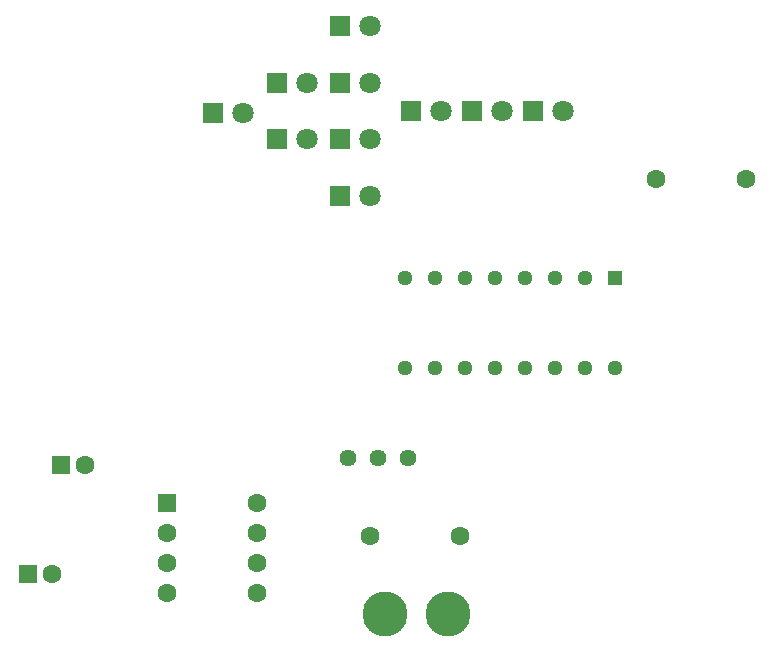
<source format=gbr>
%TF.GenerationSoftware,KiCad,Pcbnew,9.0.2*%
%TF.CreationDate,2026-01-27T19:39:38+05:30*%
%TF.ProjectId,led,6c65642e-6b69-4636-9164-5f7063625858,rev?*%
%TF.SameCoordinates,Original*%
%TF.FileFunction,Soldermask,Bot*%
%TF.FilePolarity,Negative*%
%FSLAX46Y46*%
G04 Gerber Fmt 4.6, Leading zero omitted, Abs format (unit mm)*
G04 Created by KiCad (PCBNEW 9.0.2) date 2026-01-27 19:39:38*
%MOMM*%
%LPD*%
G01*
G04 APERTURE LIST*
G04 Aperture macros list*
%AMRoundRect*
0 Rectangle with rounded corners*
0 $1 Rounding radius*
0 $2 $3 $4 $5 $6 $7 $8 $9 X,Y pos of 4 corners*
0 Add a 4 corners polygon primitive as box body*
4,1,4,$2,$3,$4,$5,$6,$7,$8,$9,$2,$3,0*
0 Add four circle primitives for the rounded corners*
1,1,$1+$1,$2,$3*
1,1,$1+$1,$4,$5*
1,1,$1+$1,$6,$7*
1,1,$1+$1,$8,$9*
0 Add four rect primitives between the rounded corners*
20,1,$1+$1,$2,$3,$4,$5,0*
20,1,$1+$1,$4,$5,$6,$7,0*
20,1,$1+$1,$6,$7,$8,$9,0*
20,1,$1+$1,$8,$9,$2,$3,0*%
G04 Aperture macros list end*
%ADD10R,1.800000X1.800000*%
%ADD11C,1.800000*%
%ADD12C,1.440000*%
%ADD13C,1.600000*%
%ADD14RoundRect,0.250000X-0.550000X-0.550000X0.550000X-0.550000X0.550000X0.550000X-0.550000X0.550000X0*%
%ADD15C,3.800000*%
%ADD16R,1.295400X1.295400*%
%ADD17C,1.295400*%
G04 APERTURE END LIST*
D10*
%TO.C,D6*%
X93060000Y-115600000D03*
D11*
X95600000Y-115600000D03*
%TD*%
D10*
%TO.C,D3*%
X99000000Y-122800000D03*
D11*
X101540000Y-122800000D03*
%TD*%
D10*
%TO.C,D2*%
X104200000Y-122800000D03*
D11*
X106740000Y-122800000D03*
%TD*%
D12*
%TO.C,RV1*%
X98800000Y-152200000D03*
X96260000Y-152200000D03*
X93720000Y-152200000D03*
%TD*%
D10*
%TO.C,D8*%
X93060000Y-125200000D03*
D11*
X95600000Y-125200000D03*
%TD*%
D10*
%TO.C,D9*%
X93060000Y-130000000D03*
D11*
X95600000Y-130000000D03*
%TD*%
D10*
%TO.C,D10*%
X87660000Y-125200000D03*
D11*
X90200000Y-125200000D03*
%TD*%
D13*
%TO.C,R1*%
X95590000Y-158800000D03*
X103210000Y-158800000D03*
%TD*%
D10*
%TO.C,D1*%
X109400000Y-122800000D03*
D11*
X111940000Y-122800000D03*
%TD*%
D10*
%TO.C,D5*%
X87660000Y-120400000D03*
D11*
X90200000Y-120400000D03*
%TD*%
D10*
%TO.C,D4*%
X82260000Y-123000000D03*
D11*
X84800000Y-123000000D03*
%TD*%
D13*
%TO.C,R2*%
X119780000Y-128600000D03*
X127400000Y-128600000D03*
%TD*%
D14*
%TO.C,C2*%
X69444888Y-152800000D03*
D13*
X71444888Y-152800000D03*
%TD*%
D14*
%TO.C,C1*%
X66600000Y-162000000D03*
D13*
X68600000Y-162000000D03*
%TD*%
D15*
%TO.C,H1*%
X102200000Y-165400000D03*
%TD*%
D10*
%TO.C,D7*%
X93060000Y-120400000D03*
D11*
X95600000Y-120400000D03*
%TD*%
D14*
%TO.C,U1*%
X78395000Y-155990000D03*
D13*
X78395000Y-158530000D03*
X78395000Y-161070000D03*
X78395000Y-163610000D03*
X86015000Y-163610000D03*
X86015000Y-161070000D03*
X86015000Y-158530000D03*
X86015000Y-155990000D03*
%TD*%
D16*
%TO.C,U2*%
X116340000Y-136980000D03*
D17*
X113800000Y-136980000D03*
X111260000Y-136980000D03*
X108720000Y-136980000D03*
X106180000Y-136980000D03*
X103640000Y-136980000D03*
X101100000Y-136980000D03*
X98560000Y-136980000D03*
X98560000Y-144600000D03*
X101100000Y-144600000D03*
X103640000Y-144600000D03*
X106180000Y-144600000D03*
X108720000Y-144600000D03*
X111260000Y-144600000D03*
X113800000Y-144600000D03*
X116340000Y-144600000D03*
%TD*%
D15*
%TO.C,H2*%
X96850000Y-165400000D03*
%TD*%
M02*

</source>
